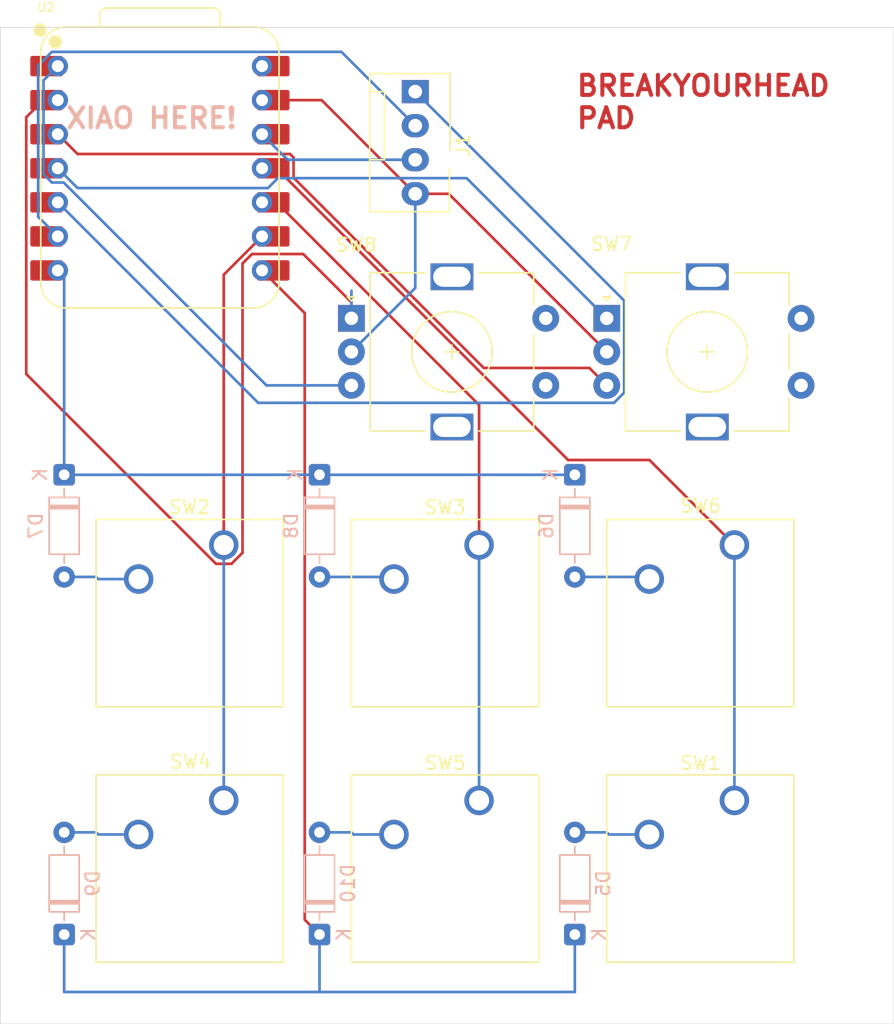
<source format=kicad_pcb>
(kicad_pcb (version 20241229) (generator "pcbnew") (generator_version "9.0")
  (layers (0 "F.Cu" signal) (2 "B.Cu" signal) (13 "F.Paste" user) (15 "B.Paste" user) (5 "F.SilkS" user "F.Silkscreen") (7 "B.SilkS" user "B.Silkscreen") (1 "F.Mask" user) (3 "B.Mask" user) (25 "Edge.Cuts" user))
  (net 0 "")
  (net 1 "/ROW1")
  (net 2 "Net-(D5-A)")
  (net 3 "/ROW0")
  (net 4 "Net-(D6-A)")
  (net 5 "Net-(D7-A)")
  (net 6 "Net-(D8-A)")
  (net 7 "Net-(D9-A)")
  (net 8 "Net-(D10-A)")
  (net 9 "/SCL")
  (net 10 "/SDA")
  (net 11 "GND")
  (net 12 "VCC")
  (net 13 "/COL2")
  (net 14 "/COL0")
  (net 15 "/COL1")
  (net 17 "/ENC2_A")
  (net 19 "/ENC2_B")
  (net 21 "/ENC1_A")
  (net 23 "/ENC1_B")
  (footprint "Button_Switch_Keyboard:SW_Cherry_MX_1.00u_PCB" (layer "F.Cu") (at 143.63 109.19)
    (property "Reference" "SW5" (at -2.54 -2.794 0) (layer "F.SilkS"))
    (property "Value" "SW_Push")
    (fp_line (start -9.525 -1.905) (end 4.445 -1.905) (stroke (width 0.12)) (layer "F.SilkS"))
    (fp_line (start -9.525 12.065) (end -9.525 -1.905) (stroke (width 0.12)) (layer "F.SilkS"))
    (fp_line (start 4.445 -1.905) (end 4.445 12.065) (stroke (width 0.12)) (layer "F.SilkS"))
    (fp_line (start 4.445 12.065) (end -9.525 12.065) (stroke (width 0.12)) (layer "F.SilkS"))
    (pad "" np_thru_hole circle (at -7.62 5.08) (size 1.7 1.7) (drill 1.7) (layers "*.Cu" "*.Mask"))
    (pad "" np_thru_hole circle (at -2.54 5.08) (size 4 4) (drill 4) (layers "*.Cu" "*.Mask"))
    (pad "" np_thru_hole circle (at 2.54 5.08) (size 1.7 1.7) (drill 1.7) (layers "*.Cu" "*.Mask"))
    (pad "1" thru_hole circle (at 0 0) (size 2.2 2.2) (drill 1.5) (layers "*.Cu" "*.Mask") (net 15 "/COL1"))
    (pad "2" thru_hole circle (at -6.35 2.54) (size 2.2 2.2) (drill 1.5) (layers "*.Cu" "*.Mask") (net 8 "Net-(D10-A)"))
  )
  (footprint "Rotary_Encoder:RotaryEncoder_Alps_EC11E-Switch_Vertical_H20mm" (layer "F.Cu") (at 134.105 73.23375)
    (property "Reference" "SW8" (at 0.35625 -5.48125 0) (layer "F.SilkS"))
    (property "Value" "RotaryEncoder_Switch")
    (fp_line (start -0.3 -1.6) (end 0.3 -1.6) (stroke (width 0.12)) (layer "F.SilkS"))
    (fp_line (start 0 -1.3) (end -0.3 -1.6) (stroke (width 0.12)) (layer "F.SilkS"))
    (fp_line (start 0.3 -1.6) (end 0 -1.3) (stroke (width 0.12)) (layer "F.SilkS"))
    (fp_line (start 1.4 -3.4) (end 1.4 8.4) (stroke (width 0.12)) (layer "F.SilkS"))
    (fp_line (start 5.5 -3.4) (end 1.4 -3.4) (stroke (width 0.12)) (layer "F.SilkS"))
    (fp_line (start 5.5 8.4) (end 1.4 8.4) (stroke (width 0.12)) (layer "F.SilkS"))
    (fp_line (start 7 2.5) (end 8 2.5) (stroke (width 0.12)) (layer "F.SilkS"))
    (fp_line (start 7.5 2) (end 7.5 3) (stroke (width 0.12)) (layer "F.SilkS"))
    (fp_line (start 9.5 -3.4) (end 13.6 -3.4) (stroke (width 0.12)) (layer "F.SilkS"))
    (fp_line (start 13.6 -3.4) (end 13.6 -1) (stroke (width 0.12)) (layer "F.SilkS"))
    (fp_line (start 13.6 1.2) (end 13.6 3.8) (stroke (width 0.12)) (layer "F.SilkS"))
    (fp_line (start 13.6 6) (end 13.6 8.4) (stroke (width 0.12)) (layer "F.SilkS"))
    (fp_line (start 13.6 8.4) (end 9.5 8.4) (stroke (width 0.12)) (layer "F.SilkS"))
    (fp_circle (center 7.5 2.5) (end 10.5 2.5) (stroke (width 0.12)) (fill no) (layer "F.SilkS"))
    (pad "A" thru_hole rect (at 0 0) (size 2 2) (drill 1) (layers "*.Cu" "*.Mask") (net 23 "/ENC1_B"))
    (pad "B" thru_hole circle (at 0 5) (size 2 2) (drill 1) (layers "*.Cu" "*.Mask") (net 21 "/ENC1_A"))
    (pad "C" thru_hole circle (at 0 2.5) (size 2 2) (drill 1) (layers "*.Cu" "*.Mask") (net 11 "GND"))
    (pad "MP" thru_hole rect (at 7.5 -3.1) (size 3.2 2) (drill oval 2.8 1.5) (layers "*.Cu" "*.Mask"))
    (pad "MP" thru_hole rect (at 7.5 8.1) (size 3.2 2) (drill oval 2.8 1.5) (layers "*.Cu" "*.Mask"))
    (pad "S1" thru_hole circle (at 14.5 5) (size 2 2) (drill 1) (layers "*.Cu" "*.Mask"))
    (pad "S2" thru_hole circle (at 14.5 0) (size 2 2) (drill 1) (layers "*.Cu" "*.Mask"))
  )
  (footprint "Connector:FanPinHeader_1x04_P2.54mm_Vertical" (layer "F.Cu") (at 138.8675 56.32625 -90)
    (property "Reference" "J1" (at 4 -3.55 90) (layer "F.SilkS"))
    (property "Value" "Conn_01x04_Socket")
    (fp_line (start -1.35 3.4) (end -1.35 -2.6) (stroke (width 0.12)) (layer "F.SilkS"))
    (fp_line (start 8.95 3.4) (end -1.35 3.4) (stroke (width 0.12)) (layer "F.SilkS"))
    (fp_line (start 0 3.3) (end 0 2.29) (stroke (width 0.12)) (layer "F.SilkS"))
    (fp_line (start 0 2.29) (end 5.08 2.29) (stroke (width 0.12)) (layer "F.SilkS"))
    (fp_line (start 5.08 2.29) (end 5.08 3.3) (stroke (width 0.12)) (layer "F.SilkS"))
    (fp_line (start 5.75 -2.55) (end 8.95 -2.55) (stroke (width 0.12)) (layer "F.SilkS"))
    (fp_line (start 8.95 -2.55) (end 8.95 3.4) (stroke (width 0.12)) (layer "F.SilkS"))
    (fp_line (start -1.35 -2.6) (end 4.4 -2.6) (stroke (width 0.12)) (layer "F.SilkS"))
    (pad "" np_thru_hole circle (at 5.08 -2.16) (size 1.1 1.1) (drill 1.1) (layers "*.Cu" "*.Mask"))
    (pad "1" thru_hole rect (at 0 0) (size 2.03 1.73) (drill 1.02) (layers "*.Cu" "*.Mask") (net 10 "/SDA"))
    (pad "2" thru_hole oval (at 2.54 0) (size 2.03 1.73) (drill 1.02) (layers "*.Cu" "*.Mask") (net 9 "/SCL"))
    (pad "3" thru_hole oval (at 5.08 0) (size 2.03 1.73) (drill 1.02) (layers "*.Cu" "*.Mask") (net 12 "VCC"))
    (pad "4" thru_hole oval (at 7.62 0) (size 2.03 1.73) (drill 1.02) (layers "*.Cu" "*.Mask") (net 11 "GND"))
  )
  (footprint "Button_Switch_Keyboard:SW_Cherry_MX_1.00u_PCB" (layer "F.Cu") (at 124.58 109.19)
    (property "Reference" "SW4" (at -2.477797 -2.891499 0) (layer "F.SilkS"))
    (property "Value" "SW_Push")
    (fp_line (start -9.525 -1.905) (end 4.445 -1.905) (stroke (width 0.12)) (layer "F.SilkS"))
    (fp_line (start -9.525 12.065) (end -9.525 -1.905) (stroke (width 0.12)) (layer "F.SilkS"))
    (fp_line (start 4.445 -1.905) (end 4.445 12.065) (stroke (width 0.12)) (layer "F.SilkS"))
    (fp_line (start 4.445 12.065) (end -9.525 12.065) (stroke (width 0.12)) (layer "F.SilkS"))
    (pad "" np_thru_hole circle (at -7.62 5.08) (size 1.7 1.7) (drill 1.7) (layers "*.Cu" "*.Mask"))
    (pad "" np_thru_hole circle (at -2.54 5.08) (size 4 4) (drill 4) (layers "*.Cu" "*.Mask"))
    (pad "" np_thru_hole circle (at 2.54 5.08) (size 1.7 1.7) (drill 1.7) (layers "*.Cu" "*.Mask"))
    (pad "1" thru_hole circle (at 0 0) (size 2.2 2.2) (drill 1.5) (layers "*.Cu" "*.Mask") (net 14 "/COL0"))
    (pad "2" thru_hole circle (at -6.35 2.54) (size 2.2 2.2) (drill 1.5) (layers "*.Cu" "*.Mask") (net 7 "Net-(D9-A)"))
  )
  (footprint "Button_Switch_Keyboard:SW_Cherry_MX_1.00u_PCB" (layer "F.Cu") (at 143.63 90.14)
    (property "Reference" "SW3" (at -2.54 -2.794 0) (layer "F.SilkS"))
    (property "Value" "SW_Push")
    (fp_line (start -9.525 -1.905) (end 4.445 -1.905) (stroke (width 0.12)) (layer "F.SilkS"))
    (fp_line (start -9.525 12.065) (end -9.525 -1.905) (stroke (width 0.12)) (layer "F.SilkS"))
    (fp_line (start 4.445 -1.905) (end 4.445 12.065) (stroke (width 0.12)) (layer "F.SilkS"))
    (fp_line (start 4.445 12.065) (end -9.525 12.065) (stroke (width 0.12)) (layer "F.SilkS"))
    (pad "" np_thru_hole circle (at -7.62 5.08) (size 1.7 1.7) (drill 1.7) (layers "*.Cu" "*.Mask"))
    (pad "" np_thru_hole circle (at -2.54 5.08) (size 4 4) (drill 4) (layers "*.Cu" "*.Mask"))
    (pad "" np_thru_hole circle (at 2.54 5.08) (size 1.7 1.7) (drill 1.7) (layers "*.Cu" "*.Mask"))
    (pad "1" thru_hole circle (at 0 0) (size 2.2 2.2) (drill 1.5) (layers "*.Cu" "*.Mask") (net 15 "/COL1"))
    (pad "2" thru_hole circle (at -6.35 2.54) (size 2.2 2.2) (drill 1.5) (layers "*.Cu" "*.Mask") (net 6 "Net-(D8-A)"))
  )
  (footprint "Button_Switch_Keyboard:SW_Cherry_MX_1.00u_PCB" (layer "F.Cu") (at 162.68 90.14)
    (property "Reference" "SW6" (at -2.520966 -2.918249 0) (layer "F.SilkS"))
    (property "Value" "SW_Push")
    (fp_line (start -9.525 -1.905) (end 4.445 -1.905) (stroke (width 0.12)) (layer "F.SilkS"))
    (fp_line (start -9.525 12.065) (end -9.525 -1.905) (stroke (width 0.12)) (layer "F.SilkS"))
    (fp_line (start 4.445 -1.905) (end 4.445 12.065) (stroke (width 0.12)) (layer "F.SilkS"))
    (fp_line (start 4.445 12.065) (end -9.525 12.065) (stroke (width 0.12)) (layer "F.SilkS"))
    (pad "" np_thru_hole circle (at -7.62 5.08) (size 1.7 1.7) (drill 1.7) (layers "*.Cu" "*.Mask"))
    (pad "" np_thru_hole circle (at -2.54 5.08) (size 4 4) (drill 4) (layers "*.Cu" "*.Mask"))
    (pad "" np_thru_hole circle (at 2.54 5.08) (size 1.7 1.7) (drill 1.7) (layers "*.Cu" "*.Mask"))
    (pad "1" thru_hole circle (at 0 0) (size 2.2 2.2) (drill 1.5) (layers "*.Cu" "*.Mask") (net 13 "/COL2"))
    (pad "2" thru_hole circle (at -6.35 2.54) (size 2.2 2.2) (drill 1.5) (layers "*.Cu" "*.Mask") (net 4 "Net-(D6-A)"))
  )
  (footprint "Button_Switch_Keyboard:SW_Cherry_MX_1.00u_PCB" (layer "F.Cu") (at 162.68 109.19)
    (property "Reference" "SW1" (at -2.54 -2.794 0) (layer "F.SilkS"))
    (property "Value" "SW_Push")
    (fp_line (start -9.525 -1.905) (end 4.445 -1.905) (stroke (width 0.12)) (layer "F.SilkS"))
    (fp_line (start -9.525 12.065) (end -9.525 -1.905) (stroke (width 0.12)) (layer "F.SilkS"))
    (fp_line (start 4.445 -1.905) (end 4.445 12.065) (stroke (width 0.12)) (layer "F.SilkS"))
    (fp_line (start 4.445 12.065) (end -9.525 12.065) (stroke (width 0.12)) (layer "F.SilkS"))
    (pad "" np_thru_hole circle (at -7.62 5.08) (size 1.7 1.7) (drill 1.7) (layers "*.Cu" "*.Mask"))
    (pad "" np_thru_hole circle (at -2.54 5.08) (size 4 4) (drill 4) (layers "*.Cu" "*.Mask"))
    (pad "" np_thru_hole circle (at 2.54 5.08) (size 1.7 1.7) (drill 1.7) (layers "*.Cu" "*.Mask"))
    (pad "1" thru_hole circle (at 0 0) (size 2.2 2.2) (drill 1.5) (layers "*.Cu" "*.Mask") (net 13 "/COL2"))
    (pad "2" thru_hole circle (at -6.35 2.54) (size 2.2 2.2) (drill 1.5) (layers "*.Cu" "*.Mask") (net 2 "Net-(D5-A)"))
  )
  (footprint "OPL:XIAO-RP2040-DIP" (layer "F.Cu") (at 119.8175 62.04125)
    (property "Reference" "U2" (at -8.5 -12 0) (layer "F.SilkS") (effects (font (size 0.635 0.635) (thickness 0.1016))))
    (property "Value" "XIAO-RP2040-DIP")
    (fp_line (start -8.89 8.509) (end -8.89 -8.636) (stroke (width 0.127)) (layer "F.SilkS"))
    (fp_line (start -6.985 10.414) (end 6.985 10.414) (stroke (width 0.127)) (layer "F.SilkS"))
    (fp_line (start -4.495 -10.541) (end -4.491272 -11.451272) (stroke (width 0.127)) (layer "F.SilkS"))
    (fp_line (start -3.991272 -11.951) (end 4.004 -11.951) (stroke (width 0.127)) (layer "F.SilkS"))
    (fp_line (start 4.504 -11.451) (end 4.504 -10.541) (stroke (width 0.127)) (layer "F.SilkS"))
    (fp_line (start 6.985 -10.541) (end -6.985 -10.541) (stroke (width 0.1)) (layer "F.SilkS"))
    (fp_line (start 6.985 -10.541) (end -6.985 -10.541) (stroke (width 0.127)) (layer "F.SilkS"))
    (fp_line (start 8.89 8.509) (end 8.89 -8.636) (stroke (width 0.127)) (layer "F.SilkS"))
    (fp_arc (start -8.89 -8.636) (mid -8.332038 -9.983038) (end -6.985 -10.541) (stroke (width 0.127)) (layer "F.SilkS"))
    (fp_arc (start -6.985 10.414) (mid -8.332038 9.856038) (end -8.89 8.509) (stroke (width 0.127)) (layer "F.SilkS"))
    (fp_arc (start -4.491272 -11.451272) (mid -4.344728 -11.80464) (end -3.991272 -11.951) (stroke (width 0.127)) (layer "F.SilkS"))
    (fp_arc (start 4.004 -11.951) (mid 4.357553 -11.804553) (end 4.504 -11.451) (stroke (width 0.127)) (layer "F.SilkS"))
    (fp_arc (start 6.985 -10.541) (mid 8.332038 -9.983038) (end 8.89 -8.636) (stroke (width 0.127)) (layer "F.SilkS"))
    (fp_arc (start 8.89 8.509) (mid 8.332038 9.856038) (end 6.985 10.414) (stroke (width 0.127)) (layer "F.SilkS"))
    (fp_circle (center -8.95 -10.3) (end -8.95 -10.554) (stroke (width 0.5)) (fill yes) (layer "F.SilkS"))
    (fp_circle (center -7.807 -9.42) (end -7.807 -9.674) (stroke (width 0.5)) (fill yes) (layer "F.SilkS"))
    (pad "1" smd roundrect (at -8.455 -7.62 180) (size 2.432 1.524) (layers "F.Cu" "F.Mask") (roundrect_rratio 0.1) (net 21 "/ENC1_A"))
    (pad "1" thru_hole circle (at -7.62 -7.62 180) (size 1.524 1.524) (drill 0.889) (layers "*.Cu" "*.Mask") (net 21 "/ENC1_A"))
    (pad "2" smd roundrect (at -8.455 -5.08 180) (size 2.432 1.524) (layers "F.Cu" "F.Mask") (roundrect_rratio 0.1) (net 23 "/ENC1_B"))
    (pad "2" thru_hole circle (at -7.62 -5.08 180) (size 1.524 1.524) (drill 0.889) (layers "*.Cu" "*.Mask") (net 23 "/ENC1_B"))
    (pad "3" smd roundrect (at -8.455 -2.54 180) (size 2.432 1.524) (layers "F.Cu" "F.Mask") (roundrect_rratio 0.1) (net 17 "/ENC2_A"))
    (pad "3" thru_hole circle (at -7.62 -2.54 180) (size 1.524 1.524) (drill 0.889) (layers "*.Cu" "*.Mask") (net 17 "/ENC2_A"))
    (pad "4" smd roundrect (at -8.455 0 180) (size 2.432 1.524) (layers "F.Cu" "F.Mask") (roundrect_rratio 0.1) (net 19 "/ENC2_B"))
    (pad "4" thru_hole circle (at -7.62 0 180) (size 1.524 1.524) (drill 0.889) (layers "*.Cu" "*.Mask") (net 19 "/ENC2_B"))
    (pad "5" smd roundrect (at -8.455 2.54 180) (size 2.432 1.524) (layers "F.Cu" "F.Mask") (roundrect_rratio 0.1) (net 10 "/SDA"))
    (pad "5" thru_hole circle (at -7.62 2.54 180) (size 1.524 1.524) (drill 0.889) (layers "*.Cu" "*.Mask") (net 10 "/SDA"))
    (pad "6" smd roundrect (at -8.455 5.08 180) (size 2.432 1.524) (layers "F.Cu" "F.Mask") (roundrect_rratio 0.1) (net 9 "/SCL"))
    (pad "6" thru_hole circle (at -7.62 5.08 180) (size 1.524 1.524) (drill 0.889) (layers "*.Cu" "*.Mask") (net 9 "/SCL"))
    (pad "7" smd roundrect (at -8.455 7.62 180) (size 2.432 1.524) (layers "F.Cu" "F.Mask") (roundrect_rratio 0.1) (net 3 "/ROW0"))
    (pad "7" thru_hole circle (at -7.62 7.62 180) (size 1.524 1.524) (drill 0.889) (layers "*.Cu" "*.Mask") (net 3 "/ROW0"))
    (pad "8" thru_hole circle (at 7.62 7.62) (size 1.524 1.524) (drill 0.889) (layers "*.Cu" "*.Mask") (net 1 "/ROW1"))
    (pad "8" smd roundrect (at 8.455 7.62) (size 2.432 1.524) (layers "F.Cu" "F.Mask") (roundrect_rratio 0.1) (net 1 "/ROW1"))
    (pad "9" thru_hole circle (at 7.62 5.08) (size 1.524 1.524) (drill 0.889) (layers "*.Cu" "*.Mask") (net 14 "/COL0"))
    (pad "9" smd roundrect (at 8.455 5.08) (size 2.432 1.524) (layers "F.Cu" "F.Mask") (roundrect_rratio 0.1) (net 14 "/COL0"))
    (pad "10" thru_hole circle (at 7.62 2.54) (size 1.524 1.524) (drill 0.889) (layers "*.Cu" "*.Mask") (net 15 "/COL1"))
    (pad "10" smd roundrect (at 8.455 2.54) (size 2.432 1.524) (layers "F.Cu" "F.Mask") (roundrect_rratio 0.1) (net 15 "/COL1"))
    (pad "11" thru_hole circle (at 7.62 0) (size 1.524 1.524) (drill 0.889) (layers "*.Cu" "*.Mask") (net 13 "/COL2"))
    (pad "11" smd roundrect (at 8.455 0) (size 2.432 1.524) (layers "F.Cu" "F.Mask") (roundrect_rratio 0.1) (net 13 "/COL2"))
    (pad "12" thru_hole circle (at 7.62 -2.54) (size 1.524 1.524) (drill 0.889) (layers "*.Cu" "*.Mask") (net 12 "VCC"))
    (pad "12" smd roundrect (at 8.455 -2.54) (size 2.432 1.524) (layers "F.Cu" "F.Mask") (roundrect_rratio 0.1) (net 12 "VCC"))
    (pad "13" thru_hole circle (at 7.62 -5.08) (size 1.524 1.524) (drill 0.889) (layers "*.Cu" "*.Mask") (net 11 "GND"))
    (pad "13" smd roundrect (at 8.455 -5.08) (size 2.432 1.524) (layers "F.Cu" "F.Mask") (roundrect_rratio 0.1) (net 11 "GND"))
    (pad "14" thru_hole circle (at 7.62 -7.62) (size 1.524 1.524) (drill 0.889) (layers "*.Cu" "*.Mask"))
    (pad "14" smd roundrect (at 8.455 -7.62) (size 2.432 1.524) (layers "F.Cu" "F.Mask") (roundrect_rratio 0.1))
  )
  (footprint "Button_Switch_Keyboard:SW_Cherry_MX_1.00u_PCB" (layer "F.Cu") (at 124.58 90.14)
    (property "Reference" "SW2" (at -2.561764 -2.827931 0) (layer "F.SilkS"))
    (property "Value" "SW_Push")
    (fp_line (start -9.525 -1.905) (end 4.445 -1.905) (stroke (width 0.12)) (layer "F.SilkS"))
    (fp_line (start -9.525 12.065) (end -9.525 -1.905) (stroke (width 0.12)) (layer "F.SilkS"))
    (fp_line (start 4.445 -1.905) (end 4.445 12.065) (stroke (width 0.12)) (layer "F.SilkS"))
    (fp_line (start 4.445 12.065) (end -9.525 12.065) (stroke (width 0.12)) (layer "F.SilkS"))
    (pad "" np_thru_hole circle (at -7.62 5.08) (size 1.7 1.7) (drill 1.7) (layers "*.Cu" "*.Mask"))
    (pad "" np_thru_hole circle (at -2.54 5.08) (size 4 4) (drill 4) (layers "*.Cu" "*.Mask"))
    (pad "" np_thru_hole circle (at 2.54 5.08) (size 1.7 1.7) (drill 1.7) (layers "*.Cu" "*.Mask"))
    (pad "1" thru_hole circle (at 0 0) (size 2.2 2.2) (drill 1.5) (layers "*.Cu" "*.Mask") (net 14 "/COL0"))
    (pad "2" thru_hole circle (at -6.35 2.54) (size 2.2 2.2) (drill 1.5) (layers "*.Cu" "*.Mask") (net 5 "Net-(D7-A)"))
  )
  (footprint "Rotary_Encoder:RotaryEncoder_Alps_EC11E-Switch_Vertical_H20mm" (layer "F.Cu") (at 153.155 73.23375)
    (property "Reference" "SW7" (at 0.35625 -5.553 0) (layer "F.SilkS"))
    (property "Value" "RotaryEncoder_Switch")
    (fp_line (start -0.3 -1.6) (end 0.3 -1.6) (stroke (width 0.12)) (layer "F.SilkS"))
    (fp_line (start 0 -1.3) (end -0.3 -1.6) (stroke (width 0.12)) (layer "F.SilkS"))
    (fp_line (start 0.3 -1.6) (end 0 -1.3) (stroke (width 0.12)) (layer "F.SilkS"))
    (fp_line (start 1.4 -3.4) (end 1.4 8.4) (stroke (width 0.12)) (layer "F.SilkS"))
    (fp_line (start 5.5 -3.4) (end 1.4 -3.4) (stroke (width 0.12)) (layer "F.SilkS"))
    (fp_line (start 5.5 8.4) (end 1.4 8.4) (stroke (width 0.12)) (layer "F.SilkS"))
    (fp_line (start 7 2.5) (end 8 2.5) (stroke (width 0.12)) (layer "F.SilkS"))
    (fp_line (start 7.5 2) (end 7.5 3) (stroke (width 0.12)) (layer "F.SilkS"))
    (fp_line (start 9.5 -3.4) (end 13.6 -3.4) (stroke (width 0.12)) (layer "F.SilkS"))
    (fp_line (start 13.6 -3.4) (end 13.6 -1) (stroke (width 0.12)) (layer "F.SilkS"))
    (fp_line (start 13.6 1.2) (end 13.6 3.8) (stroke (width 0.12)) (layer "F.SilkS"))
    (fp_line (start 13.6 6) (end 13.6 8.4) (stroke (width 0.12)) (layer "F.SilkS"))
    (fp_line (start 13.6 8.4) (end 9.5 8.4) (stroke (width 0.12)) (layer "F.SilkS"))
    (fp_circle (center 7.5 2.5) (end 10.5 2.5) (stroke (width 0.12)) (fill no) (layer "F.SilkS"))
    (pad "A" thru_hole rect (at 0 0) (size 2 2) (drill 1) (layers "*.Cu" "*.Mask") (net 19 "/ENC2_B"))
    (pad "B" thru_hole circle (at 0 5) (size 2 2) (drill 1) (layers "*.Cu" "*.Mask") (net 17 "/ENC2_A"))
    (pad "C" thru_hole circle (at 0 2.5) (size 2 2) (drill 1) (layers "*.Cu" "*.Mask") (net 11 "GND"))
    (pad "MP" thru_hole rect (at 7.5 -3.1) (size 3.2 2) (drill oval 2.8 1.5) (layers "*.Cu" "*.Mask"))
    (pad "MP" thru_hole rect (at 7.5 8.1) (size 3.2 2) (drill oval 2.8 1.5) (layers "*.Cu" "*.Mask"))
    (pad "S1" thru_hole circle (at 14.5 5) (size 2 2) (drill 1) (layers "*.Cu" "*.Mask"))
    (pad "S2" thru_hole circle (at 14.5 0) (size 2 2) (drill 1) (layers "*.Cu" "*.Mask"))
  )
  (footprint "Diode_THT:D_DO-35_SOD27_P7.62mm_Horizontal" (layer "B.Cu") (at 112.67375 84.90125 -90)
    (property "Reference" "D7" (at 3.81 2.12 90) (layer "B.SilkS") (effects (justify mirror)))
    (property "Value" "D_Small")
    (fp_line (start 2.29 1.12) (end 2.29 -1.12) (stroke (width 0.12)) (layer "B.SilkS"))
    (fp_line (start 2.41 1.12) (end 2.41 -1.12) (stroke (width 0.12)) (layer "B.SilkS"))
    (fp_line (start 2.53 1.12) (end 2.53 -1.12) (stroke (width 0.12)) (layer "B.SilkS"))
    (fp_line (start 1.04 0) (end 1.69 0) (stroke (width 0.12)) (layer "B.SilkS"))
    (fp_line (start 6.58 0) (end 5.93 0) (stroke (width 0.12)) (layer "B.SilkS"))
    (fp_rect (start 1.69 1.12) (end 5.93 -1.12) (stroke (width 0.12)) (fill no) (layer "B.SilkS"))
    (fp_text user "K" (at 0 1.8 90) (layer "B.SilkS") (effects (justify mirror)))
    (pad "1" thru_hole roundrect (at 0 0 270) (size 1.6 1.6) (drill 0.8) (layers "*.Cu" "*.Mask") (roundrect_rratio 0.15625) (net 3 "/ROW0"))
    (pad "2" thru_hole circle (at 7.62 0 270) (size 1.6 1.6) (drill 0.8) (layers "*.Cu" "*.Mask") (net 5 "Net-(D7-A)"))
  )
  (footprint "Diode_THT:D_DO-35_SOD27_P7.62mm_Horizontal" (layer "B.Cu") (at 131.72375 119.19125 90)
    (property "Reference" "D10" (at 3.81 2.12 90) (layer "B.SilkS") (effects (justify mirror)))
    (property "Value" "D_Small")
    (fp_line (start 6.58 0) (end 5.93 0) (stroke (width 0.12)) (layer "B.SilkS"))
    (fp_line (start 1.04 0) (end 1.69 0) (stroke (width 0.12)) (layer "B.SilkS"))
    (fp_line (start 2.53 1.12) (end 2.53 -1.12) (stroke (width 0.12)) (layer "B.SilkS"))
    (fp_line (start 2.41 1.12) (end 2.41 -1.12) (stroke (width 0.12)) (layer "B.SilkS"))
    (fp_line (start 2.29 1.12) (end 2.29 -1.12) (stroke (width 0.12)) (layer "B.SilkS"))
    (fp_rect (start 1.69 1.12) (end 5.93 -1.12) (stroke (width 0.12)) (fill no) (layer "B.SilkS"))
    (fp_text user "K" (at 0 1.8 90) (layer "B.SilkS") (effects (justify mirror)))
    (pad "1" thru_hole roundrect (at 0 0 90) (size 1.6 1.6) (drill 0.8) (layers "*.Cu" "*.Mask") (roundrect_rratio 0.15625) (net 1 "/ROW1"))
    (pad "2" thru_hole circle (at 7.62 0 90) (size 1.6 1.6) (drill 0.8) (layers "*.Cu" "*.Mask") (net 8 "Net-(D10-A)"))
  )
  (footprint "Diode_THT:D_DO-35_SOD27_P7.62mm_Horizontal" (layer "B.Cu") (at 150.77375 84.90125 -90)
    (property "Reference" "D6" (at 3.81 2.12 90) (layer "B.SilkS") (effects (justify mirror)))
    (property "Value" "D_Small")
    (fp_line (start 2.29 1.12) (end 2.29 -1.12) (stroke (width 0.12)) (layer "B.SilkS"))
    (fp_line (start 2.41 1.12) (end 2.41 -1.12) (stroke (width 0.12)) (layer "B.SilkS"))
    (fp_line (start 2.53 1.12) (end 2.53 -1.12) (stroke (width 0.12)) (layer "B.SilkS"))
    (fp_line (start 1.04 0) (end 1.69 0) (stroke (width 0.12)) (layer "B.SilkS"))
    (fp_line (start 6.58 0) (end 5.93 0) (stroke (width 0.12)) (layer "B.SilkS"))
    (fp_rect (start 1.69 1.12) (end 5.93 -1.12) (stroke (width 0.12)) (fill no) (layer "B.SilkS"))
    (fp_text user "K" (at 0 1.8 90) (layer "B.SilkS") (effects (justify mirror)))
    (pad "1" thru_hole roundrect (at 0 0 270) (size 1.6 1.6) (drill 0.8) (layers "*.Cu" "*.Mask") (roundrect_rratio 0.15625) (net 3 "/ROW0"))
    (pad "2" thru_hole circle (at 7.62 0 270) (size 1.6 1.6) (drill 0.8) (layers "*.Cu" "*.Mask") (net 4 "Net-(D6-A)"))
  )
  (footprint "Diode_THT:D_DO-35_SOD27_P7.62mm_Horizontal" (layer "B.Cu") (at 131.72375 84.90125 -90)
    (property "Reference" "D8" (at 3.81 2.12 90) (layer "B.SilkS") (effects (justify mirror)))
    (property "Value" "D_Small")
    (fp_line (start 2.29 1.12) (end 2.29 -1.12) (stroke (width 0.12)) (layer "B.SilkS"))
    (fp_line (start 2.41 1.12) (end 2.41 -1.12) (stroke (width 0.12)) (layer "B.SilkS"))
    (fp_line (start 2.53 1.12) (end 2.53 -1.12) (stroke (width 0.12)) (layer "B.SilkS"))
    (fp_line (start 1.04 0) (end 1.69 0) (stroke (width 0.12)) (layer "B.SilkS"))
    (fp_line (start 6.58 0) (end 5.93 0) (stroke (width 0.12)) (layer "B.SilkS"))
    (fp_rect (start 1.69 1.12) (end 5.93 -1.12) (stroke (width 0.12)) (fill no) (layer "B.SilkS"))
    (fp_text user "K" (at 0 1.8 90) (layer "B.SilkS") (effects (justify mirror)))
    (pad "1" thru_hole roundrect (at 0 0 270) (size 1.6 1.6) (drill 0.8) (layers "*.Cu" "*.Mask") (roundrect_rratio 0.15625) (net 3 "/ROW0"))
    (pad "2" thru_hole circle (at 7.62 0 270) (size 1.6 1.6) (drill 0.8) (layers "*.Cu" "*.Mask") (net 6 "Net-(D8-A)"))
  )
  (footprint "Diode_THT:D_DO-35_SOD27_P7.62mm_Horizontal" (layer "B.Cu") (at 150.77375 119.19125 90)
    (property "Reference" "D5" (at 3.81 2.12 270) (layer "B.SilkS") (effects (justify mirror)))
    (property "Value" "D_Small")
    (fp_line (start 6.58 0) (end 5.93 0) (stroke (width 0.12)) (layer "B.SilkS"))
    (fp_line (start 1.04 0) (end 1.69 0) (stroke (width 0.12)) (layer "B.SilkS"))
    (fp_line (start 2.53 1.12) (end 2.53 -1.12) (stroke (width 0.12)) (layer "B.SilkS"))
    (fp_line (start 2.41 1.12) (end 2.41 -1.12) (stroke (width 0.12)) (layer "B.SilkS"))
    (fp_line (start 2.29 1.12) (end 2.29 -1.12) (stroke (width 0.12)) (layer "B.SilkS"))
    (fp_rect (start 1.69 1.12) (end 5.93 -1.12) (stroke (width 0.12)) (fill no) (layer "B.SilkS"))
    (fp_text user "K" (at 0 1.8 270) (layer "B.SilkS") (effects (justify mirror)))
    (pad "1" thru_hole roundrect (at 0 0 90) (size 1.6 1.6) (drill 0.8) (layers "*.Cu" "*.Mask") (roundrect_rratio 0.15625) (net 1 "/ROW1"))
    (pad "2" thru_hole circle (at 7.62 0 90) (size 1.6 1.6) (drill 0.8) (layers "*.Cu" "*.Mask") (net 2 "Net-(D5-A)"))
  )
  (footprint "Diode_THT:D_DO-35_SOD27_P7.62mm_Horizontal" (layer "B.Cu") (at 112.67375 119.19125 90)
    (property "Reference" "D9" (at 3.81 2.12 270) (layer "B.SilkS") (effects (justify mirror)))
    (property "Value" "D_Small")
    (fp_line (start 6.58 0) (end 5.93 0) (stroke (width 0.12)) (layer "B.SilkS"))
    (fp_line (start 1.04 0) (end 1.69 0) (stroke (width 0.12)) (layer "B.SilkS"))
    (fp_line (start 2.53 1.12) (end 2.53 -1.12) (stroke (width 0.12)) (layer "B.SilkS"))
    (fp_line (start 2.41 1.12) (end 2.41 -1.12) (stroke (width 0.12)) (layer "B.SilkS"))
    (fp_line (start 2.29 1.12) (end 2.29 -1.12) (stroke (width 0.12)) (layer "B.SilkS"))
    (fp_rect (start 1.69 1.12) (end 5.93 -1.12) (stroke (width 0.12)) (fill no) (layer "B.SilkS"))
    (fp_text user "K" (at 0 1.8 270) (layer "B.SilkS") (effects (justify mirror)))
    (pad "1" thru_hole roundrect (at 0 0 90) (size 1.6 1.6) (drill 0.8) (layers "*.Cu" "*.Mask") (roundrect_rratio 0.15625) (net 1 "/ROW1"))
    (pad "2" thru_hole circle (at 7.62 0 90) (size 1.6 1.6) (drill 0.8) (layers "*.Cu" "*.Mask") (net 7 "Net-(D9-A)"))
  )
  (gr_rect (start 107.91125 51.537859) (end 174.58625 125.85875) (stroke (width 0.05)) (fill no) (layer "Edge.Cuts"))
  (gr_text "BREAKYOURHEAD\nPAD" (at 150.77375 59.18375 0) (layer "F.Cu") (effects (font (size 1.5 1.5) (thickness 0.3) (bold yes)) (justify left bottom)))
  (gr_text "XIAO HERE!" (at 112.67375 59.18375 -0) (layer "B.SilkS") (effects (font (size 1.5 1.5) (thickness 0.3) (bold yes)) (justify left bottom)))
  (segment (start 130.62275 72.8465) (end 127.4375 69.66125) (width 0.2) (layer "F.Cu") (net 1))
  (segment (start 130.62275 118.09025) (end 130.62275 72.8465) (width 0.2) (layer "F.Cu") (net 1))
  (segment (start 131.72375 119.19125) (end 130.62275 118.09025) (width 0.2) (layer "F.Cu") (net 1))
  (segment (start 131.72375 119.19125) (end 131.72375 123.4775) (width 0.2) (layer "B.Cu") (net 1))
  (segment (start 150.77375 123.4775) (end 131.72375 123.4775) (width 0.2) (layer "B.Cu") (net 1))
  (segment (start 131.72375 123.4775) (end 112.67375 123.4775) (width 0.2) (layer "B.Cu") (net 1))
  (segment (start 112.67375 123.4775) (end 112.67375 119.19125) (width 0.2) (layer "B.Cu") (net 1))
  (segment (start 150.77375 119.19125) (end 150.77375 123.4775) (width 0.2) (layer "B.Cu") (net 1))
  (segment (start 153.31375 111.73) (end 156.33 111.73) (width 0.2) (layer "B.Cu") (net 2))
  (segment (start 153.155 111.57125) (end 153.31375 111.73) (width 0.2) (layer "B.Cu") (net 2))
  (segment (start 150.77375 111.57125) (end 153.155 111.57125) (width 0.2) (layer "B.Cu") (net 2))
  (segment (start 112.67375 70.1375) (end 112.1975 69.66125) (width 0.2) (layer "B.Cu") (net 3))
  (segment (start 112.67375 84.90125) (end 150.77375 84.90125) (width 0.2) (layer "B.Cu") (net 3))
  (segment (start 112.1975 84.425) (end 112.67375 84.90125) (width 0.2) (layer "B.Cu") (net 3))
  (segment (start 112.67375 84.90125) (end 112.67375 70.1375) (width 0.2) (layer "B.Cu") (net 3))
  (segment (start 156.17125 92.52125) (end 156.33 92.68) (width 0.2) (layer "B.Cu") (net 4))
  (segment (start 150.77375 92.52125) (end 156.17125 92.52125) (width 0.2) (layer "B.Cu") (net 4))
  (segment (start 112.67375 92.52125) (end 115.055 92.52125) (width 0.2) (layer "B.Cu") (net 5))
  (segment (start 115.055 92.52125) (end 115.21375 92.68) (width 0.2) (layer "B.Cu") (net 5))
  (segment (start 115.21375 92.68) (end 118.23 92.68) (width 0.2) (layer "B.Cu") (net 5))
  (segment (start 131.72375 92.52125) (end 137.12125 92.52125) (width 0.2) (layer "B.Cu") (net 6))
  (segment (start 137.12125 92.52125) (end 137.28 92.68) (width 0.2) (layer "B.Cu") (net 6))
  (segment (start 115.21375 111.73) (end 118.23 111.73) (width 0.2) (layer "B.Cu") (net 7))
  (segment (start 112.67375 111.57125) (end 115.055 111.57125) (width 0.2) (layer "B.Cu") (net 7))
  (segment (start 115.055 111.57125) (end 115.21375 111.73) (width 0.2) (layer "B.Cu") (net 7))
  (segment (start 131.72375 111.57125) (end 134.105 111.57125) (width 0.2) (layer "B.Cu") (net 8))
  (segment (start 134.105 111.57125) (end 134.26375 111.73) (width 0.2) (layer "B.Cu") (net 8))
  (segment (start 134.26375 111.73) (end 137.28 111.73) (width 0.2) (layer "B.Cu") (net 8))
  (segment (start 133.3595 53.35825) (end 138.8675 58.86625) (width 0.2) (layer "B.Cu") (net 9))
  (segment (start 110.7335 54.38194) (end 111.75719 53.35825) (width 0.2) (layer "B.Cu") (net 9))
  (segment (start 112.1975 67.12125) (end 110.7335 65.65725) (width 0.2) (layer "B.Cu") (net 9))
  (segment (start 111.75719 53.35825) (end 133.3595 53.35825) (width 0.2) (layer "B.Cu") (net 9))
  (segment (start 110.7335 65.65725) (end 110.7335 54.38194) (width 0.2) (layer "B.Cu") (net 9))
  (segment (start 138.8675 56.32625) (end 154.456 71.91475) (width 0.2) (layer "B.Cu") (net 10))
  (segment (start 153.693892 79.53475) (end 127.151 79.53475) (width 0.2) (layer "B.Cu") (net 10))
  (segment (start 127.151 79.53475) (end 112.1975 64.58125) (width 0.2) (layer "B.Cu") (net 10))
  (segment (start 154.456 78.772642) (end 153.693892 79.53475) (width 0.2) (layer "B.Cu") (net 10))
  (segment (start 154.456 71.91475) (end 154.456 78.772642) (width 0.2) (layer "B.Cu") (net 10))
  (segment (start 138.8675 63.94625) (end 131.8825 56.96125) (width 0.2) (layer "F.Cu") (net 11))
  (segment (start 141.3675 63.94625) (end 138.8675 63.94625) (width 0.2) (layer "F.Cu") (net 11))
  (segment (start 153.155 75.73375) (end 141.3675 63.94625) (width 0.2) (layer "F.Cu") (net 11))
  (segment (start 131.8825 56.96125) (end 127.4375 56.96125) (width 0.2) (layer "F.Cu") (net 11))
  (segment (start 138.8675 70.97125) (end 138.8675 63.94625) (width 0.2) (layer "B.Cu") (net 11))
  (segment (start 134.105 75.73375) (end 138.8675 70.97125) (width 0.2) (layer "B.Cu") (net 11))
  (segment (start 129.3425 61.40625) (end 127.4375 59.50125) (width 0.2) (layer "B.Cu") (net 12))
  (segment (start 138.8675 61.40625) (end 129.3425 61.40625) (width 0.2) (layer "B.Cu") (net 12))
  (segment (start 128.51513 62.04125) (end 127.4375 62.04125) (width 0.2) (layer "F.Cu") (net 13))
  (segment (start 162.68 90.14) (end 156.34025 83.80025) (width 0.2) (layer "F.Cu") (net 13))
  (segment (start 150.27413 83.80025) (end 128.51513 62.04125) (width 0.2) (layer "F.Cu") (net 13))
  (segment (start 156.34025 83.80025) (end 150.27413 83.80025) (width 0.2) (layer "F.Cu") (net 13))
  (segment (start 162.68 109.19) (end 162.68 90.14) (width 0.2) (layer "B.Cu") (net 13))
  (segment (start 124.58 90.14) (end 124.58 69.97875) (width 0.2) (layer "F.Cu") (net 14))
  (segment (start 124.58 69.97875) (end 127.4375 67.12125) (width 0.2) (layer "F.Cu") (net 14))
  (segment (start 124.58 109.19) (end 124.58 90.14) (width 0.2) (layer "B.Cu") (net 14))
  (segment (start 143.63 79.69612) (end 128.51513 64.58125) (width 0.2) (layer "F.Cu") (net 15))
  (segment (start 128.51513 64.58125) (end 127.4375 64.58125) (width 0.2) (layer "F.Cu") (net 15))
  (segment (start 143.63 90.14) (end 143.63 79.69612) (width 0.2) (layer "F.Cu") (net 15))
  (segment (start 143.63 109.19) (end 143.63 90.14) (width 0.2) (layer "B.Cu") (net 15))
  (segment (start 129.528126 60.97825) (end 113.6745 60.97825) (width 0.2) (layer "F.Cu") (net 17))
  (segment (start 153.155 78.23375) (end 151.854 76.93275) (width 0.2) (layer "F.Cu") (net 17))
  (segment (start 129.7895 62.74852) (end 129.7895 61.239624) (width 0.2) (layer "F.Cu") (net 17))
  (segment (start 143.97373 76.93275) (end 129.7895 62.74852) (width 0.2) (layer "F.Cu") (net 17))
  (segment (start 129.7895 61.239624) (end 129.528126 60.97825) (width 0.2) (layer "F.Cu") (net 17))
  (segment (start 151.854 76.93275) (end 143.97373 76.93275) (width 0.2) (layer "F.Cu") (net 17))
  (segment (start 113.6745 60.97825) (end 112.1975 59.50125) (width 0.2) (layer "F.Cu") (net 17))
  (segment (start 113.6745 63.51825) (end 112.1975 62.04125) (width 0.2) (layer "B.Cu") (net 19))
  (segment (start 142.7015 62.78025) (end 128.61581 62.78025) (width 0.2) (layer "B.Cu") (net 19))
  (segment (start 128.61581 62.78025) (end 127.87781 63.51825) (width 0.2) (layer "B.Cu") (net 19))
  (segment (start 153.155 73.23375) (end 142.7015 62.78025) (width 0.2) (layer "B.Cu") (net 19))
  (segment (start 127.87781 63.51825) (end 113.6745 63.51825) (width 0.2) (layer "B.Cu") (net 19))
  (segment (start 112.63781 63.10425) (end 111.75719 63.10425) (width 0.2) (layer "B.Cu") (net 21))
  (segment (start 111.75719 63.10425) (end 111.1345 62.48156) (width 0.2) (layer "B.Cu") (net 21))
  (segment (start 111.1345 55.48425) (end 112.1975 54.42125) (width 0.2) (layer "B.Cu") (net 21))
  (segment (start 134.105 78.23375) (end 127.76731 78.23375) (width 0.2) (layer "B.Cu") (net 21))
  (segment (start 111.1345 62.48156) (end 111.1345 55.48425) (width 0.2) (layer "B.Cu") (net 21))
  (segment (start 127.76731 78.23375) (end 112.63781 63.10425) (width 0.2) (layer "B.Cu") (net 21))
  (segment (start 125.160314 91.541) (end 123.999686 91.541) (width 0.2) (layer "F.Cu") (net 23))
  (segment (start 125.981 69.14485) (end 125.981 90.720314) (width 0.2) (layer "F.Cu") (net 23))
  (segment (start 109.8455 58.23562) (end 111.11987 56.96125) (width 0.2) (layer "F.Cu") (net 23))
  (segment (start 109.8455 77.386814) (end 109.8455 58.23562) (width 0.2) (layer "F.Cu") (net 23))
  (segment (start 134.105 73.23375) (end 134.105 72.03375) (width 0.2) (layer "F.Cu") (net 23))
  (segment (start 111.11987 56.96125) (end 112.1975 56.96125) (width 0.2) (layer "F.Cu") (net 23))
  (segment (start 125.981 90.720314) (end 125.160314 91.541) (width 0.2) (layer "F.Cu") (net 23))
  (segment (start 123.999686 91.541) (end 109.8455 77.386814) (width 0.2) (layer "F.Cu") (net 23))
  (segment (start 134.105 72.03375) (end 130.507925 68.436675) (width 0.2) (layer "F.Cu") (net 23))
  (segment (start 130.507925 68.436675) (end 126.689175 68.436675) (width 0.2) (layer "F.Cu") (net 23))
  (segment (start 126.689175 68.436675) (end 125.981 69.14485) (width 0.2) (layer "F.Cu") (net 23))
  (segment (start 134.105 73.23375) (end 134.105 71.17419) (width 0.2) (layer "B.Cu") (net 23))
)
</source>
